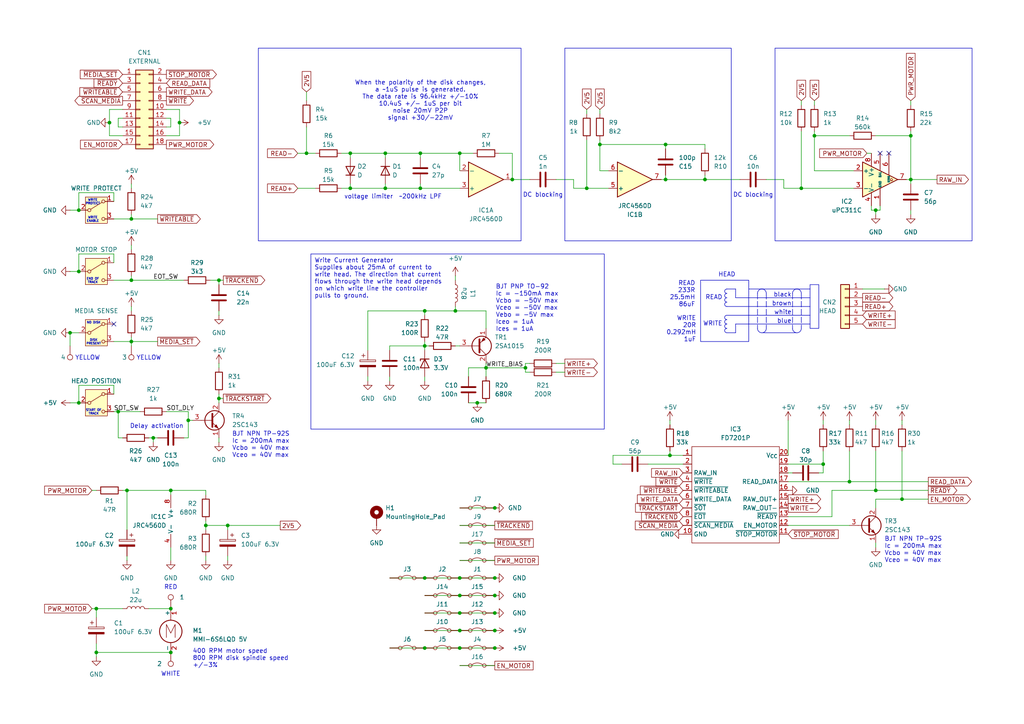
<source format=kicad_sch>
(kicad_sch (version 20250114) (generator "eeschema") (generator_version "9.0")
  (paper "A4")
  (title_block (title "Mitsumi M1M-24HB QuickDisk drive for Famicom") (date "2025-04-21") (rev "1.0") (company "Tom Haynes"))
  (arc (start 222.25 95.25) (mid 220.98 96.52) (end 219.71 95.25))
  (arc (start 229.87 85.09) (mid 231.14 83.82) (end 232.41 85.09))
  (arc (start 210.82 86.36) (mid 210.185 85.725) (end 210.82 85.09))
  (arc (start 210.82 87.63) (mid 210.185 86.995) (end 210.82 86.36))
  (rectangle (start 74.93 13.97) (end 151.13 69.85))
  (rectangle (start 90.17 73.66) (end 175.26 124.46))
  (rectangle (start 217.17 81.28) (end 203.2 99.06))
  (arc (start 210.82 95.245) (mid 210.185 94.61) (end 210.82 93.975))
  (arc (start 219.71 85.09) (mid 220.98 83.82) (end 222.25 85.09))
  (arc (start 232.41 95.25) (mid 231.14 96.52) (end 229.87 95.25))
  (rectangle (start 163.83 13.97) (end 212.09 69.85))
  (arc (start 210.82 93.975) (mid 210.185 93.34) (end 210.82 92.705))
  (arc (start 210.82 96.515) (mid 210.185 95.88) (end 210.82 95.245))
  (arc (start 210.82 88.9) (mid 210.185 88.265) (end 210.82 87.63))
  (arc (start 210.82 92.705) (mid 210.185 92.07) (end 210.82 91.435))
  (rectangle (start 237.49 82.55) (end 234.95 95.25))
  (arc (start 210.82 85.09) (mid 210.185 84.455) (end 210.82 83.82))
  (rectangle (start 224.79 13.97) (end 281.94 69.85))
  (text "HEAD" (at 210.82 79.756 0) (effects (font (size 1.27 1.27))))
  (text "YELLOW" (at 25.4 103.886 0) (effects (font (size 1.27 1.27))))
  (text "DC blocking" (at 218.44 56.642 0) (effects (font (size 1.27 1.27))))
  (text "When the polarity of the disk changes,\na ~1uS pulse is generated.\nThe data rate is 96.4kHz +/-10%\n10.4uS +/- 1uS per bit\nnoise 20mV P2P\nsignal +30/-22mV" (at 121.92 29.21 0) (effects (font (size 1.27 1.27))))
  (text "READ" (at 209.55 86.36 0) (effects (font (size 1.27 1.27)) (justify right)))
  (text "Write Current Generator\nSupplies about 25mA of current to\nwrite head. The direction that current\nflows through the write head depends\non which write line the controller\npulls to ground." (at 91.186 74.93 0) (effects (font (size 1.27 1.27)) (justify left top)))
  (text "~200kHz LPF" (at 121.92 57.15 0) (effects (font (size 1.27 1.27))))
  (text "Delay activation" (at 45.466 123.698 0) (effects (font (size 1.27 1.27))))
  (text "white" (at 229.616 90.678 0) (effects (font (size 1.27 1.27)) (justify right)))
  (text "BJT NPN TP-92S\nIc = 200mA max\nVcbo = 40V max\nVceo = 40V max" (at 67.31 129.032 0) (effects (font (size 1.27 1.27)) (justify left)))
  (text "READ\n233R\n25.5mH\n86uF" (at 201.676 85.344 0) (effects (font (size 1.27 1.27)) (justify right)))
  (text "BJT PNP TO-92\nIc = -150mA max\nVcbo = -50V max\nVceo = -50V max\nVebo = -5V max\nIceo = 1uA\nIces = 1uA" (at 143.764 89.408 0) (effects (font (size 1.27 1.27)) (justify left)))
  (text "WRITE\nENABLE" (at 26.924 63.754 0) (effects (font (size 0.635 0.635))))
  (text "voltage limiter" (at 106.934 57.15 0) (effects (font (size 1.27 1.27))))
  (text "brown" (at 229.616 88.138 0) (effects (font (size 1.27 1.27)) (justify right)))
  (text "RED" (at 49.53 170.434 0) (effects (font (size 1.27 1.27))))
  (text "WRITE" (at 209.55 93.98 0) (effects (font (size 1.27 1.27)) (justify right)))
  (text "blue" (at 229.616 93.218 0) (effects (font (size 1.27 1.27)) (justify right)))
  (text "WRITE\n20R\n0.292mH\n1uF" (at 201.93 95.504 0) (effects (font (size 1.27 1.27)) (justify right)))
  (text "DC blocking" (at 157.48 56.642 0) (effects (font (size 1.27 1.27))))
  (text "START OF\nTRACK" (at 27.178 119.634 0) (effects (font (size 0.635 0.635))))
  (text "NO DISK" (at 27.178 93.726 0) (effects (font (size 0.635 0.635))))
  (text "400 RPM motor speed\n800 RPM disk spindle speed\n+/-3% " (at 55.88 191.008 0) (effects (font (size 1.27 1.27)) (justify left)))
  (text "WRITE\nPROTECT" (at 26.924 58.674 0) (effects (font (size 0.635 0.635))))
  (text "BJT NPN TP-92S\nIc = 200mA max\nVcbo = 40V max\nVceo = 40V max" (at 256.54 159.512 0) (effects (font (size 1.27 1.27)) (justify left)))
  (text "YELLOW" (at 43.18 103.886 0) (effects (font (size 1.27 1.27))))
  (text "black" (at 229.616 85.598 0) (effects (font (size 1.27 1.27)) (justify right)))
  (text "WHITE" (at 49.53 195.58 0) (effects (font (size 1.27 1.27))))
  (text "END OF\nTRACK" (at 26.924 81.534 0) (effects (font (size 0.635 0.635))))
  (text "DISK\nPRESENT" (at 27.178 99.314 0) (effects (font (size 0.635 0.635))))
  (junction (at 34.29 119.38))
  (junction (at 121.92 54.61))
  (junction (at 170.18 54.61))
  (junction (at 52.07 35.56))
  (junction (at 232.41 54.61))
  (junction (at 123.19 90.17))
  (junction (at 138.43 116.84))
  (junction (at 121.92 44.45))
  (junction (at 66.04 152.4))
  (junction (at 173.99 41.91))
  (junction (at 123.19 167.64))
  (junction (at 27.94 189.23))
  (junction (at 88.9 44.45))
  (junction (at 194.31 132.08))
  (junction (at 22.86 78.74))
  (junction (at 22.86 116.84))
  (junction (at 133.35 167.64))
  (junction (at 38.1 99.06))
  (junction (at 38.1 63.5))
  (junction (at 264.16 52.07))
  (junction (at 204.47 52.07))
  (junction (at 123.19 100.33))
  (junction (at 143.51 182.88))
  (junction (at 152.4 106.68))
  (junction (at 133.35 177.8))
  (junction (at 31.75 35.56))
  (junction (at 148.59 52.07))
  (junction (at 101.6 44.45))
  (junction (at 123.19 187.96))
  (junction (at 133.35 182.88))
  (junction (at 101.6 54.61))
  (junction (at 49.53 176.53))
  (junction (at 133.35 187.96))
  (junction (at 193.04 41.91))
  (junction (at 254 142.24))
  (junction (at 238.76 134.62))
  (junction (at 143.51 167.64))
  (junction (at 20.32 96.52))
  (junction (at 111.76 54.61))
  (junction (at 254 60.96))
  (junction (at 143.51 177.8))
  (junction (at 63.5 81.28))
  (junction (at 44.45 127))
  (junction (at 49.53 142.24))
  (junction (at 133.35 44.45))
  (junction (at 54.61 121.92))
  (junction (at 133.35 172.72))
  (junction (at 143.51 187.96))
  (junction (at 140.97 106.68))
  (junction (at 63.5 115.57))
  (junction (at 27.94 176.53))
  (junction (at 22.86 60.96))
  (junction (at 111.76 44.45))
  (junction (at 132.08 90.17))
  (junction (at 59.69 152.4))
  (junction (at 143.51 172.72))
  (junction (at 36.83 142.24))
  (junction (at 246.38 139.7))
  (junction (at 193.04 52.07))
  (junction (at 143.51 147.32))
  (junction (at 236.22 39.37))
  (junction (at 261.62 144.78))
  (junction (at 264.16 39.37))
  (junction (at 49.53 189.23))
  (junction (at 38.1 81.28))
  (no_connect (at 257.81 44.45))
  (no_connect (at 33.02 93.98))
  (no_connect (at 255.27 44.45))
  (wire (pts (xy 63.5 105.41) (xy 63.5 106.68)))
  (wire (pts (xy 264.16 29.21) (xy 264.16 30.48)))
  (wire (pts (xy 48.26 34.29) (xy 49.53 34.29)))
  (wire (pts (xy 49.53 142.24) (xy 49.53 143.51)))
  (wire (pts (xy 63.5 114.3) (xy 63.5 115.57)))
  (wire (pts (xy 20.32 116.84) (xy 22.86 116.84)))
  (wire (pts (xy 227.33 54.61) (xy 227.33 52.07)))
  (wire (pts (xy 66.04 152.4) (xy 59.69 152.4)))
  (wire (pts (xy 52.07 35.56) (xy 52.07 39.37)))
  (wire (pts (xy 228.6 134.62) (xy 238.76 134.62)))
  (wire (pts (xy 101.6 44.45) (xy 111.76 44.45)))
  (wire (pts (xy 161.29 107.95) (xy 163.83 107.95)))
  (wire (pts (xy 31.75 35.56) (xy 31.75 31.75)))
  (wire (pts (xy 63.5 115.57) (xy 63.5 116.84)))
  (wire (pts (xy 132.08 90.17) (xy 140.97 90.17)))
  (wire (pts (xy 264.16 53.34) (xy 264.16 52.07)))
  (polyline (pts (xy 232.41 85.09) (xy 232.41 95.25)) (stroke (width 0) (type dash)))
  (wire (pts (xy 262.89 52.07) (xy 264.16 52.07)))
  (wire (pts (xy 133.35 187.96) (xy 143.51 187.96)))
  (wire (pts (xy 246.38 121.92) (xy 246.38 123.19)))
  (wire (pts (xy 227.33 54.61) (xy 232.41 54.61)))
  (wire (pts (xy 52.07 31.75) (xy 52.07 35.56)))
  (wire (pts (xy 44.45 127) (xy 43.18 127)))
  (wire (pts (xy 133.35 147.32) (xy 143.51 147.32)))
  (wire (pts (xy 140.97 90.17) (xy 140.97 95.25)))
  (wire (pts (xy 34.29 119.38) (xy 34.29 127)))
  (wire (pts (xy 177.8 132.08) (xy 177.8 134.62)))
  (wire (pts (xy 133.35 182.88) (xy 123.19 182.88)))
  (wire (pts (xy 34.29 34.29) (xy 34.29 36.83)))
  (wire (pts (xy 152.4 107.95) (xy 152.4 106.68)))
  (polyline (pts (xy 229.87 85.09) (xy 229.87 95.25)) (stroke (width 0) (type dash)))
  (wire (pts (xy 48.26 31.75) (xy 52.07 31.75)))
  (polyline (pts (xy 210.82 96.52) (xy 213.36 96.52)))
  (wire (pts (xy 31.75 35.56) (xy 31.75 39.37)))
  (wire (pts (xy 101.6 54.61) (xy 111.76 54.61)))
  (wire (pts (xy 138.43 116.84) (xy 135.89 116.84)))
  (wire (pts (xy 170.18 40.64) (xy 170.18 54.61)))
  (polyline (pts (xy 222.25 85.09) (xy 222.25 95.25)) (stroke (width 0) (type dash)))
  (wire (pts (xy 193.04 41.91) (xy 204.47 41.91)))
  (wire (pts (xy 232.41 29.21) (xy 232.41 30.48)))
  (wire (pts (xy 137.16 44.45) (xy 133.35 44.45)))
  (wire (pts (xy 133.35 177.8) (xy 143.51 177.8)))
  (wire (pts (xy 54.61 121.92) (xy 54.61 119.38)))
  (wire (pts (xy 66.04 162.56) (xy 66.04 161.29)))
  (wire (pts (xy 49.53 176.53) (xy 43.18 176.53)))
  (wire (pts (xy 66.04 153.67) (xy 66.04 152.4)))
  (wire (pts (xy 241.3 142.24) (xy 254 142.24)))
  (wire (pts (xy 236.22 29.21) (xy 236.22 30.48)))
  (polyline (pts (xy 210.82 83.82) (xy 213.36 83.82)))
  (wire (pts (xy 228.6 139.7) (xy 246.38 139.7)))
  (polyline (pts (xy 234.95 91.44) (xy 210.82 91.44)))
  (wire (pts (xy 143.51 152.4) (xy 133.35 152.4)))
  (wire (pts (xy 34.29 36.83) (xy 35.56 36.83)))
  (wire (pts (xy 236.22 38.1) (xy 236.22 39.37)))
  (wire (pts (xy 254 157.48) (xy 254 158.75)))
  (wire (pts (xy 229.87 137.16) (xy 228.6 137.16)))
  (wire (pts (xy 38.1 81.28) (xy 33.02 81.28)))
  (wire (pts (xy 204.47 52.07) (xy 214.63 52.07)))
  (wire (pts (xy 135.89 106.68) (xy 140.97 106.68)))
  (wire (pts (xy 27.94 176.53) (xy 27.94 179.07)))
  (wire (pts (xy 106.68 90.17) (xy 123.19 90.17)))
  (wire (pts (xy 48.26 119.38) (xy 54.61 119.38)))
  (wire (pts (xy 31.75 39.37) (xy 35.56 39.37)))
  (wire (pts (xy 152.4 105.41) (xy 152.4 106.68)))
  (wire (pts (xy 123.19 177.8) (xy 133.35 177.8)))
  (wire (pts (xy 228.6 149.86) (xy 241.3 149.86)))
  (wire (pts (xy 35.56 31.75) (xy 31.75 31.75)))
  (polyline (pts (xy 219.71 85.09) (xy 219.71 95.25)) (stroke (width 0) (type dash)))
  (wire (pts (xy 241.3 142.24) (xy 241.3 149.86)))
  (wire (pts (xy 22.86 60.96) (xy 22.86 55.88)))
  (wire (pts (xy 261.62 144.78) (xy 269.24 144.78)))
  (wire (pts (xy 140.97 109.22) (xy 140.97 106.68)))
  (wire (pts (xy 153.67 52.07) (xy 148.59 52.07)))
  (polyline (pts (xy 213.36 96.52) (xy 213.36 93.98)))
  (wire (pts (xy 38.1 80.01) (xy 38.1 81.28)))
  (wire (pts (xy 123.19 99.06) (xy 123.19 100.33)))
  (wire (pts (xy 228.6 121.92) (xy 228.6 132.08)))
  (wire (pts (xy 88.9 29.21) (xy 88.9 26.67)))
  (wire (pts (xy 121.92 45.72) (xy 121.92 44.45)))
  (polyline (pts (xy 231.14 96.52) (xy 220.98 96.52)) (stroke (width 0) (type solid)))
  (wire (pts (xy 166.37 54.61) (xy 170.18 54.61)))
  (wire (pts (xy 193.04 52.07) (xy 204.47 52.07)))
  (wire (pts (xy 254 130.81) (xy 254 142.24)))
  (wire (pts (xy 121.92 54.61) (xy 133.35 54.61)))
  (wire (pts (xy 236.22 49.53) (xy 247.65 49.53)))
  (polyline (pts (xy 234.95 88.9) (xy 210.82 88.9)))
  (wire (pts (xy 123.19 100.33) (xy 113.03 100.33)))
  (wire (pts (xy 38.1 99.06) (xy 45.72 99.06)))
  (wire (pts (xy 264.16 39.37) (xy 264.16 52.07)))
  (wire (pts (xy 254 60.96) (xy 255.27 60.96)))
  (wire (pts (xy 59.69 151.13) (xy 59.69 152.4)))
  (wire (pts (xy 26.67 176.53) (xy 27.94 176.53)))
  (wire (pts (xy 38.1 53.34) (xy 38.1 54.61)))
  (wire (pts (xy 59.69 153.67) (xy 59.69 152.4)))
  (wire (pts (xy 38.1 62.23) (xy 38.1 63.5)))
  (wire (pts (xy 133.35 157.48) (xy 143.51 157.48)))
  (wire (pts (xy 49.53 158.75) (xy 49.53 162.56)))
  (wire (pts (xy 193.04 50.8) (xy 193.04 52.07)))
  (wire (pts (xy 166.37 54.61) (xy 166.37 52.07)))
  (wire (pts (xy 198.12 132.08) (xy 194.31 132.08)))
  (wire (pts (xy 170.18 31.75) (xy 170.18 33.02)))
  (wire (pts (xy 144.78 44.45) (xy 148.59 44.45)))
  (wire (pts (xy 255.27 60.96) (xy 255.27 59.69)))
  (wire (pts (xy 152.4 105.41) (xy 153.67 105.41)))
  (wire (pts (xy 254 121.92) (xy 254 123.19)))
  (wire (pts (xy 59.69 162.56) (xy 59.69 161.29)))
  (wire (pts (xy 254 62.23) (xy 254 60.96)))
  (wire (pts (xy 121.92 44.45) (xy 133.35 44.45)))
  (wire (pts (xy 254 39.37) (xy 264.16 39.37)))
  (polyline (pts (xy 213.36 83.82) (xy 213.36 86.36)))
  (wire (pts (xy 251.46 44.45) (xy 252.73 44.45)))
  (wire (pts (xy 173.99 31.75) (xy 173.99 33.02)))
  (wire (pts (xy 33.02 73.66) (xy 33.02 76.2)))
  (wire (pts (xy 143.51 182.88) (xy 133.35 182.88)))
  (wire (pts (xy 204.47 41.91) (xy 204.47 43.18)))
  (wire (pts (xy 27.94 176.53) (xy 35.56 176.53)))
  (wire (pts (xy 228.6 152.4) (xy 246.38 152.4)))
  (wire (pts (xy 63.5 91.44) (xy 63.5 90.17)))
  (wire (pts (xy 38.1 71.12) (xy 38.1 72.39)))
  (wire (pts (xy 177.8 132.08) (xy 194.31 132.08)))
  (wire (pts (xy 161.29 52.07) (xy 166.37 52.07)))
  (wire (pts (xy 20.32 96.52) (xy 20.32 100.33)))
  (wire (pts (xy 63.5 82.55) (xy 63.5 81.28)))
  (wire (pts (xy 60.96 81.28) (xy 63.5 81.28)))
  (wire (pts (xy 123.19 90.17) (xy 123.19 91.44)))
  (wire (pts (xy 140.97 105.41) (xy 140.97 106.68)))
  (wire (pts (xy 170.18 54.61) (xy 176.53 54.61)))
  (wire (pts (xy 193.04 41.91) (xy 193.04 43.18)))
  (wire (pts (xy 177.8 134.62) (xy 180.34 134.62)))
  (wire (pts (xy 252.73 60.96) (xy 254 60.96)))
  (wire (pts (xy 140.97 116.84) (xy 138.43 116.84)))
  (wire (pts (xy 59.69 142.24) (xy 49.53 142.24)))
  (wire (pts (xy 86.36 54.61) (xy 91.44 54.61)))
  (wire (pts (xy 38.1 63.5) (xy 33.02 63.5)))
  (wire (pts (xy 33.02 55.88) (xy 33.02 58.42)))
  (wire (pts (xy 44.45 128.27) (xy 44.45 127)))
  (wire (pts (xy 22.86 111.76) (xy 33.02 111.76)))
  (wire (pts (xy 194.31 130.81) (xy 194.31 132.08)))
  (wire (pts (xy 124.46 100.33) (xy 123.19 100.33)))
  (wire (pts (xy 66.04 152.4) (xy 81.28 152.4)))
  (wire (pts (xy 36.83 142.24) (xy 36.83 153.67)))
  (wire (pts (xy 238.76 121.92) (xy 238.76 123.19)))
  (wire (pts (xy 22.86 55.88) (xy 33.02 55.88)))
  (wire (pts (xy 264.16 62.23) (xy 264.16 60.96)))
  (wire (pts (xy 163.83 105.41) (xy 161.29 105.41)))
  (wire (pts (xy 35.56 142.24) (xy 36.83 142.24)))
  (wire (pts (xy 173.99 49.53) (xy 176.53 49.53)))
  (wire (pts (xy 227.33 52.07) (xy 222.25 52.07)))
  (polyline (pts (xy 234.95 83.82) (xy 217.17 83.82)))
  (wire (pts (xy 132.08 90.17) (xy 132.08 88.9)))
  (wire (pts (xy 123.19 100.33) (xy 123.19 101.6)))
  (wire (pts (xy 113.03 110.49) (xy 113.03 109.22)))
  (wire (pts (xy 133.35 162.56) (xy 143.51 162.56)))
  (wire (pts (xy 99.06 54.61) (xy 101.6 54.61)))
  (wire (pts (xy 106.68 101.6) (xy 106.68 90.17)))
  (wire (pts (xy 111.76 53.34) (xy 111.76 54.61)))
  (wire (pts (xy 135.89 106.68) (xy 135.89 109.22)))
  (wire (pts (xy 22.86 96.52) (xy 20.32 96.52)))
  (wire (pts (xy 111.76 45.72) (xy 111.76 44.45)))
  (wire (pts (xy 121.92 53.34) (xy 121.92 54.61)))
  (wire (pts (xy 36.83 162.56) (xy 36.83 161.29)))
  (wire (pts (xy 173.99 40.64) (xy 173.99 41.91)))
  (polyline (pts (xy 234.95 93.98) (xy 213.36 93.98)))
  (wire (pts (xy 140.97 106.68) (xy 152.4 106.68)))
  (wire (pts (xy 237.49 137.16) (xy 238.76 137.16)))
  (wire (pts (xy 204.47 50.8) (xy 204.47 52.07)))
  (wire (pts (xy 143.51 167.64) (xy 133.35 167.64)))
  (wire (pts (xy 254 144.78) (xy 254 147.32)))
  (wire (pts (xy 106.68 110.49) (xy 106.68 109.22)))
  (wire (pts (xy 101.6 53.34) (xy 101.6 54.61)))
  (wire (pts (xy 123.19 167.64) (xy 113.03 167.64)))
  (wire (pts (xy 38.1 97.79) (xy 38.1 99.06)))
  (wire (pts (xy 173.99 41.91) (xy 173.99 49.53)))
  (wire (pts (xy 59.69 142.24) (xy 59.69 143.51)))
  (wire (pts (xy 27.94 189.23) (xy 27.94 186.69)))
  (wire (pts (xy 111.76 54.61) (xy 121.92 54.61)))
  (wire (pts (xy 38.1 81.28) (xy 53.34 81.28)))
  (wire (pts (xy 271.78 52.07) (xy 264.16 52.07)))
  (wire (pts (xy 63.5 81.28) (xy 64.77 81.28)))
  (wire (pts (xy 254 144.78) (xy 261.62 144.78)))
  (wire (pts (xy 123.19 172.72) (xy 133.35 172.72)))
  (wire (pts (xy 54.61 127) (xy 53.34 127)))
  (wire (pts (xy 52.07 39.37) (xy 48.26 39.37)))
  (wire (pts (xy 20.32 60.96) (xy 22.86 60.96)))
  (wire (pts (xy 133.35 172.72) (xy 143.51 172.72)))
  (wire (pts (xy 236.22 39.37) (xy 236.22 49.53)))
  (wire (pts (xy 63.5 115.57) (xy 64.77 115.57)))
  (wire (pts (xy 35.56 34.29) (xy 34.29 34.29)))
  (wire (pts (xy 133.35 193.04) (xy 143.51 193.04)))
  (wire (pts (xy 261.62 130.81) (xy 261.62 144.78)))
  (wire (pts (xy 173.99 41.91) (xy 193.04 41.91)))
  (wire (pts (xy 261.62 121.92) (xy 261.62 123.19)))
  (wire (pts (xy 45.72 127) (xy 44.45 127)))
  (wire (pts (xy 232.41 54.61) (xy 247.65 54.61)))
  (wire (pts (xy 26.67 142.24) (xy 27.94 142.24)))
  (wire (pts (xy 49.53 142.24) (xy 36.83 142.24)))
  (wire (pts (xy 187.96 134.62) (xy 198.12 134.62)))
  (wire (pts (xy 246.38 130.81) (xy 246.38 139.7)))
  (wire (pts (xy 111.76 44.45) (xy 121.92 44.45)))
  (wire (pts (xy 133.35 49.53) (xy 133.35 44.45)))
  (wire (pts (xy 54.61 121.92) (xy 54.61 127)))
  (wire (pts (xy 148.59 44.45) (xy 148.59 52.07)))
  (wire (pts (xy 123.19 110.49) (xy 123.19 109.22)))
  (polyline (pts (xy 234.95 86.36) (xy 213.36 86.36)))
  (wire (pts (xy 246.38 39.37) (xy 236.22 39.37)))
  (wire (pts (xy 86.36 44.45) (xy 88.9 44.45)))
  (wire (pts (xy 264.16 38.1) (xy 264.16 39.37)))
  (wire (pts (xy 34.29 119.38) (xy 40.64 119.38)))
  (wire (pts (xy 256.54 83.82) (xy 250.19 83.82)))
  (wire (pts (xy 33.02 119.38) (xy 34.29 119.38)))
  (wire (pts (xy 194.31 121.92) (xy 194.31 123.19)))
  (wire (pts (xy 238.76 137.16) (xy 238.76 134.62)))
  (wire (pts (xy 33.02 111.76) (xy 33.02 114.3)))
  (wire (pts (xy 22.86 116.84) (xy 22.86 111.76)))
  (wire (pts (xy 38.1 63.5) (xy 45.72 63.5)))
  (wire (pts (xy 27.94 189.23) (xy 49.53 189.23)))
  (wire (pts (xy 132.08 80.01) (xy 132.08 81.28)))
  (wire (pts (xy 88.9 44.45) (xy 91.44 44.45)))
  (wire (pts (xy 99.06 44.45) (xy 101.6 44.45)))
  (wire (pts (xy 88.9 44.45) (xy 88.9 36.83)))
  (wire (pts (xy 34.29 127) (xy 35.56 127)))
  (wire (pts (xy 246.38 139.7) (xy 269.24 139.7)))
  (wire (pts (xy 191.77 52.07) (xy 193.04 52.07)))
  (wire (pts (xy 49.53 34.29) (xy 49.53 36.83)))
  (wire (pts (xy 123.19 90.17) (xy 132.08 90.17)))
  (wire (pts (xy 27.94 190.5) (xy 27.94 189.23)))
  (wire (pts (xy 22.86 78.74) (xy 22.86 73.66)))
  (wire (pts (xy 152.4 107.95) (xy 153.67 107.95)))
  (wire (pts (xy 254 142.24) (xy 269.24 142.24)))
  (wire (pts (xy 38.1 88.9) (xy 38.1 90.17)))
  (wire (pts (xy 54.61 121.92) (xy 55.88 121.92)))
  (wire (pts (xy 63.5 128.27) (xy 63.5 127)))
  (wire (pts (xy 113.03 100.33) (xy 113.03 101.6)))
  (wire (pts (xy 48.26 36.83) (xy 49.53 36.83)))
  (wire (pts (xy 132.08 100.33) (xy 133.35 100.33)))
  (wire (pts (xy 238.76 130.81) (xy 238.76 134.62)))
  (wire (pts (xy 22.86 73.66) (xy 33.02 73.66)))
  (wire (pts (xy 123.19 187.96) (xy 133.35 187.96)))
  (wire (pts (xy 38.1 100.33) (xy 38.1 99.06)))
  (wire (pts (xy 113.03 187.96) (xy 123.19 187.96)))
  (wire (pts (xy 133.35 167.64) (xy 123.19 167.64)))
  (wire (pts (xy 252.73 60.96) (xy 252.73 59.69)))
  (wire (pts (xy 20.32 78.74) (xy 22.86 78.74)))
  (wire (pts (xy 101.6 45.72) (xy 101.6 44.45)))
  (wire (pts (xy 33.02 99.06) (xy 38.1 99.06)))
  (wire (pts (xy 232.41 38.1) (xy 232.41 54.61)))
  (label "SOT_SW" (at 33.02 119.38 0))
  (label "EOT_SW" (at 44.45 81.28 0))
  (label "SOT_DLY" (at 48.26 119.38 0))
  (label "WRITE_BIAS" (at 140.97 106.68 0))
  (global_label "~{STOP_MOTOR}" (shape input) (at 228.6 154.94 0) (property "Intersheetrefs" "${INTERSHEET_REFS}" (effects (hide yes))))
  (global_label "~{READY}" (shape output) (at 269.24 142.24 0) (property "Intersheetrefs" "${INTERSHEET_REFS}" (effects (hide yes))))
  (global_label "RAW_IN" (shape input) (at 198.12 137.16 180) (property "Intersheetrefs" "${INTERSHEET_REFS}" (effects (hide yes))))
  (global_label "WRITE-" (shape input) (at 250.19 93.98 0) (property "Intersheetrefs" "${INTERSHEET_REFS}" (effects (hide yes))))
  (global_label "2V5" (shape output) (at 81.28 152.4 0) (property "Intersheetrefs" "${INTERSHEET_REFS}" (effects (hide yes))))
  (global_label "PWR_MOTOR" (shape output) (at 48.26 41.91 0) (property "Intersheetrefs" "${INTERSHEET_REFS}" (effects (hide yes))))
  (global_label "~{WRITE}" (shape output) (at 48.26 29.21 0) (property "Intersheetrefs" "${INTERSHEET_REFS}" (effects (hide yes))))
  (global_label "2V5" (shape input) (at 236.22 29.21 90) (property "Intersheetrefs" "${INTERSHEET_REFS}" (effects (hide yes))))
  (global_label "2V5" (shape input) (at 232.41 29.21 90) (property "Intersheetrefs" "${INTERSHEET_REFS}" (effects (hide yes))))
  (global_label "EN_MOTOR" (shape passive) (at 143.51 193.04 0) (property "Intersheetrefs" "${INTERSHEET_REFS}" (effects (hide yes))))
  (global_label "READ-" (shape output) (at 250.19 86.36 0) (property "Intersheetrefs" "${INTERSHEET_REFS}" (effects (hide yes))))
  (global_label "PWR_MOTOR" (shape input) (at 251.46 44.45 180) (property "Intersheetrefs" "${INTERSHEET_REFS}" (effects (hide yes))))
  (global_label "~{SCAN_MEDIA}" (shape output) (at 35.56 29.21 180) (property "Intersheetrefs" "${INTERSHEET_REFS}" (effects (hide yes))))
  (global_label "READ-" (shape input) (at 86.36 44.45 180) (property "Intersheetrefs" "${INTERSHEET_REFS}" (effects (hide yes))))
  (global_label "PWR_MOTOR" (shape passive) (at 143.51 162.56 0) (property "Intersheetrefs" "${INTERSHEET_REFS}" (effects (hide yes))))
  (global_label "~{WRITEABLE}" (shape input) (at 35.56 26.67 180) (property "Intersheetrefs" "${INTERSHEET_REFS}" (effects (hide yes))))
  (global_label "RAW_IN" (shape output) (at 271.78 52.07 0) (property "Intersheetrefs" "${INTERSHEET_REFS}" (effects (hide yes))))
  (global_label "WRITE_DATA" (shape output) (at 48.26 26.67 0) (property "Intersheetrefs" "${INTERSHEET_REFS}" (effects (hide yes))))
  (global_label "~{MEDIA_SET}" (shape passive) (at 143.51 157.48 0) (property "Intersheetrefs" "${INTERSHEET_REFS}" (effects (hide yes))))
  (global_label "PWR_MOTOR" (shape input) (at 264.16 29.21 90) (property "Intersheetrefs" "${INTERSHEET_REFS}" (effects (hide yes))))
  (global_label "~{TRACKEND}" (shape passive) (at 143.51 152.4 0) (property "Intersheetrefs" "${INTERSHEET_REFS}" (effects (hide yes))))
  (global_label "~{WRITEABLE}" (shape output) (at 45.72 63.5 0) (property "Intersheetrefs" "${INTERSHEET_REFS}" (effects (hide yes))))
  (global_label "~{WRITEABLE}" (shape input) (at 198.12 142.24 180) (property "Intersheetrefs" "${INTERSHEET_REFS}" (effects (hide yes))))
  (global_label "~{TRACKEND}" (shape input) (at 198.12 149.86 180) (property "Intersheetrefs" "${INTERSHEET_REFS}" (effects (hide yes))))
  (global_label "WRITE+" (shape output) (at 228.6 144.78 0) (property "Intersheetrefs" "${INTERSHEET_REFS}" (effects (hide yes))))
  (global_label "~{TRACKSTART}" (shape output) (at 64.77 115.57 0) (property "Intersheetrefs" "${INTERSHEET_REFS}" (effects (hide yes))))
  (global_label "~{WRITE}" (shape input) (at 198.12 139.7 180) (property "Intersheetrefs" "${INTERSHEET_REFS}" (effects (hide yes))))
  (global_label "WRITE-" (shape output) (at 163.83 107.95 0) (property "Intersheetrefs" "${INTERSHEET_REFS}" (effects (hide yes))))
  (global_label "2V5" (shape input) (at 170.18 31.75 90) (property "Intersheetrefs" "${INTERSHEET_REFS}" (effects (hide yes))))
  (global_label "WRITE_DATA" (shape input) (at 198.12 144.78 180) (property "Intersheetrefs" "${INTERSHEET_REFS}" (effects (hide yes))))
  (global_label "~{SCAN_MEDIA}" (shape input) (at 198.12 152.4 180) (property "Intersheetrefs" "${INTERSHEET_REFS}" (effects (hide yes))))
  (global_label "READ_DATA" (shape input) (at 48.26 24.13 0) (property "Intersheetrefs" "${INTERSHEET_REFS}" (effects (hide yes))))
  (global_label "~{MEDIA_SET}" (shape input) (at 35.56 21.59 180) (property "Intersheetrefs" "${INTERSHEET_REFS}" (effects (hide yes))))
  (global_label "EN_MOTOR" (shape input) (at 35.56 41.91 180) (property "Intersheetrefs" "${INTERSHEET_REFS}" (effects (hide yes))))
  (global_label "WRITE+" (shape output) (at 163.83 105.41 0) (property "Intersheetrefs" "${INTERSHEET_REFS}" (effects (hide yes))))
  (global_label "READ+" (shape input) (at 86.36 54.61 180) (property "Intersheetrefs" "${INTERSHEET_REFS}" (effects (hide yes))))
  (global_label "~{STOP_MOTOR}" (shape output) (at 48.26 21.59 0) (property "Intersheetrefs" "${INTERSHEET_REFS}" (effects (hide yes))))
  (global_label "EN_MOTOR" (shape output) (at 269.24 144.78 0) (property "Intersheetrefs" "${INTERSHEET_REFS}" (effects (hide yes))))
  (global_label "WRITE-" (shape output) (at 228.6 147.32 0) (property "Intersheetrefs" "${INTERSHEET_REFS}" (effects (hide yes))))
  (global_label "2V5" (shape input) (at 173.99 31.75 90) (property "Intersheetrefs" "${INTERSHEET_REFS}" (effects (hide yes))))
  (global_label "READ+" (shape output) (at 250.19 88.9 0) (property "Intersheetrefs" "${INTERSHEET_REFS}" (effects (hide yes))))
  (global_label "PWR_MOTOR" (shape input) (at 26.67 142.24 180) (property "Intersheetrefs" "${INTERSHEET_REFS}" (effects (hide yes))))
  (global_label "WRITE+" (shape input) (at 250.19 91.44 0) (property "Intersheetrefs" "${INTERSHEET_REFS}" (effects (hide yes))))
  (global_label "~{TRACKEND}" (shape output) (at 64.77 81.28 0) (property "Intersheetrefs" "${INTERSHEET_REFS}" (effects (hide yes))))
  (global_label "2V5" (shape input) (at 88.9 26.67 90) (property "Intersheetrefs" "${INTERSHEET_REFS}" (effects (hide yes))))
  (global_label "PWR_MOTOR" (shape input) (at 26.67 176.53 180) (property "Intersheetrefs" "${INTERSHEET_REFS}" (effects (hide yes))))
  (global_label "READ_DATA" (shape output) (at 269.24 139.7 0) (property "Intersheetrefs" "${INTERSHEET_REFS}" (effects (hide yes))))
  (global_label "~{TRACKSTART}" (shape input) (at 198.12 147.32 180) (property "Intersheetrefs" "${INTERSHEET_REFS}" (effects (hide yes))))
  (global_label "~{MEDIA_SET}" (shape output) (at 45.72 99.06 0) (property "Intersheetrefs" "${INTERSHEET_REFS}" (effects (hide yes))))
  (global_label "~{READY}" (shape input) (at 35.56 24.13 180) (property "Intersheetrefs" "${INTERSHEET_REFS}" (effects (hide yes))))
  (symbol (lib_id "Device:R") (at 254 127 0) (mirror y) (unit 1)
    (property "Reference" "R16" (at 255.524 125.73 0) (effects (justify right)))
    (property "Value" "4k7" (at 255.524 128.27 0) (effects (justify right)))
    (property "Footprint" "Nintendo:Resistor_THTR_Axial_Nintendo_L3.6mm_D2.0mm_P5.0mm_Horizontal" (effects (hide yes)))
  )
  (symbol (lib_id "Switch:SW_SPDT") (at 27.94 60.96 0) (unit 1)
    (property "Reference" "SW3" (effects (hide yes)))
    (property "Value" "WRITE PROTECT" (at 27.94 54.61 0))
    (property "Footprint" "Nintendo:FDS_switch_short" (effects (hide yes)))
    (property "Description" "Switch, single pole double throw" (effects (hide yes)))
  )
  (symbol (lib_id "Jumper:Jumper_2_Bridged") (at 128.27 187.96 0) (mirror y) (unit 1)
    (property "Reference" "J5" (at 128.27 185.42 0))
    (property "Value" "Jumper_2_Bridged" (effects (hide yes)))
    (property "Footprint" "Nintendo:Jumper_5mm" (effects (hide yes)))
    (property "Description" "Jumper, 2-pole, closed/bridged" (effects (hide yes)))
  )
  (symbol (lib_id "power:GND") (at 49.53 162.56 0) (mirror y) (unit 1)
    (property "Reference" "#PWR036" (effects (hide yes)))
    (property "Value" "GND" (at 49.53 167.64 0))
    (property "Description" "Power symbol creates a global label with name \"GND\" , ground" (effects (hide yes)))
  )
  (symbol (lib_id "power:GND") (at 20.32 60.96 270) (mirror x) (unit 1)
    (property "Reference" "#PWR029" (effects (hide yes)))
    (property "Value" "GND" (at 16.51 60.9599 90) (effects (justify right)))
    (property "Description" "Power symbol creates a global label with name \"GND\" , ground" (effects (hide yes)))
  )
  (symbol (lib_id "power:+5V") (at 52.07 35.56 270) (unit 1)
    (property "Reference" "#PWR03" (effects (hide yes)))
    (property "Value" "+5V" (at 57.15 35.5599 90) (effects (justify left)))
    (property "Description" "Power symbol creates a global label with name \"+5V\"" (effects (hide yes)))
  )
  (symbol (lib_id "Device:R") (at 173.99 36.83 180) (unit 1)
    (property "Reference" "R9" (at 176.53 35.5599 0) (effects (justify right)))
    (property "Value" "8k2" (at 176.53 38.0999 0) (effects (justify right)))
    (property "Footprint" "Nintendo:Resistor_THTR_Axial_Nintendo_L3.6mm_D2.0mm_P5.0mm_Horizontal" (effects (hide yes)))
  )
  (symbol (lib_id "power:GND") (at 59.69 162.56 0) (mirror y) (unit 1)
    (property "Reference" "#PWR012" (effects (hide yes)))
    (property "Value" "GND" (at 59.69 167.64 0))
    (property "Description" "Power symbol creates a global label with name \"GND\" , ground" (effects (hide yes)))
  )
  (symbol (lib_id "Device:C") (at 135.89 113.03 180) (unit 1)
    (property "Reference" "C10" (at 132.842 111.76 0) (effects (justify left)))
    (property "Value" "100n" (at 132.842 114.3 0) (effects (justify left)))
    (property "Footprint" "Capacitor_THT:C_Disc_D7.0mm_W2.5mm_P5.00mm" (effects (hide yes)))
    (property "Description" "Unpolarized capacitor" (effects (hide yes)))
  )
  (symbol (lib_id "power:GND") (at 228.6 142.24 90) (unit 1)
    (property "Reference" "#PWR013" (effects (hide yes)))
    (property "Value" "GND" (at 233.68 142.2399 90) (effects (justify right)))
    (property "Description" "Power symbol creates a global label with name \"GND\" , ground" (effects (hide yes)))
  )
  (symbol (lib_id "Comparator:LM311") (at 255.27 52.07 0) (unit 1)
    (property "Reference" "IC2" (at 245.618 58.42 0))
    (property "Value" "uPC311C" (at 245.618 60.96 0))
    (property "Footprint" "Package_DIP:DIP-8_W7.62mm" (effects (hide yes)))
    (property "Datasheet" "https://www.st.com/resource/en/datasheet/lm311.pdf" (effects (hide yes)))
    (property "Description" "Voltage Comparator, DIP-8/SOIC-8" (effects (hide yes)))
  )
  (symbol (lib_id "Device:R") (at 157.48 105.41 90) (mirror x) (unit 1)
    (property "Reference" "R19" (at 157.48 99.06 90))
    (property "Value" "200R" (at 157.48 101.6 90))
    (property "Footprint" "Nintendo:Resistor_THTR_Axial_Nintendo_L3.6mm_D2.0mm_P5.0mm_Horizontal" (effects (hide yes)))
  )
  (symbol (lib_id "Device:R") (at 38.1 93.98 0) (mirror y) (unit 1)
    (property "Reference" "R25" (at 40.64 92.7099 0) (effects (justify right)))
    (property "Value" "4k7" (at 40.64 95.2499 0) (effects (justify right)))
    (property "Footprint" "Nintendo:Resistor_THTR_Axial_Nintendo_L3.6mm_D2.0mm_P5.0mm_Horizontal" (effects (hide yes)))
  )
  (symbol (lib_id "Connector:TestPoint") (at 49.53 189.23 180) (unit 1)
    (property "Reference" "TP2" (effects (hide yes)))
    (property "Value" "2" (at 46.99 192.5321 0) (effects (justify left)))
    (property "Footprint" "Connector_Wire:SolderWire-0.5sqmm_1x01_D0.9mm_OD2.1mm" (effects (hide yes)))
    (property "Description" "test point" (effects (hide yes)))
  )
  (symbol (lib_id "Jumper:Jumper_2_Bridged") (at 138.43 167.64 0) (mirror y) (unit 1)
    (property "Reference" "J1" (at 138.43 165.1 0))
    (property "Value" "Jumper_2_Bridged" (effects (hide yes)))
    (property "Footprint" "Nintendo:Jumper_5mm" (effects (hide yes)))
    (property "Description" "Jumper, 2-pole, closed/bridged" (effects (hide yes)))
  )
  (symbol (lib_id "Transistor_BJT:Q_NPN_ECB") (at 60.96 121.92 0) (unit 1)
    (property "Reference" "TR4" (at 67.31 120.6499 0) (effects (justify left)))
    (property "Value" "2SC143" (at 67.31 123.1899 0) (effects (justify left)))
    (property "Footprint" "Package_TO_SOT_THT:TO-92_Inline_Wide" (effects (hide yes)))
    (property "Description" "NPN transistor, emitter/collector/base" (effects (hide yes)))
    (property "Sim.Device" "NPN" (effects (hide yes)))
    (property "Sim.Type" "GUMMELPOON" (effects (hide yes)))
    (property "Sim.Pins" "1=C 2=B 3=E" (effects (hide yes)))
  )
  (symbol (lib_id "Jumper:Jumper_2_Bridged") (at 128.27 177.8 0) (mirror y) (unit 1)
    (property "Reference" "J11" (at 128.27 175.26 0))
    (property "Value" "Jumper_2_Bridged" (effects (hide yes)))
    (property "Footprint" "Nintendo:Jumper_5mm" (effects (hide yes)))
    (property "Description" "Jumper, 2-pole, closed/bridged" (effects (hide yes)))
  )
  (symbol (lib_id "power:GND") (at 27.94 190.5 0) (unit 1)
    (property "Reference" "#PWR09" (effects (hide yes)))
    (property "Value" "GND" (at 27.94 195.58 0))
    (property "Description" "Power symbol creates a global label with name \"GND\" , ground" (effects (hide yes)))
  )
  (symbol (lib_id "power:GND") (at 106.68 110.49 0) (unit 1)
    (property "Reference" "#PWR02" (effects (hide yes)))
    (property "Value" "GND" (at 106.68 115.57 0))
    (property "Description" "Power symbol creates a global label with name \"GND\" , ground" (effects (hide yes)))
  )
  (symbol (lib_id "Jumper:Jumper_2_Bridged") (at 138.43 152.4 0) (mirror y) (unit 1)
    (property "Reference" "J9" (at 138.43 149.86 0))
    (property "Value" "Jumper_2_Bridged" (effects (hide yes)))
    (property "Footprint" "Nintendo:Jumper_5mm" (effects (hide yes)))
    (property "Description" "Jumper, 2-pole, closed/bridged" (effects (hide yes)))
  )
  (symbol (lib_id "Device:R") (at 38.1 58.42 180) (unit 1)
    (property "Reference" "R24" (at 40.64 57.1499 0) (effects (justify right)))
    (property "Value" "4k7" (at 40.64 59.6899 0) (effects (justify right)))
    (property "Footprint" "Nintendo:Resistor_THTR_Axial_Nintendo_L3.6mm_D2.0mm_P5.0mm_Horizontal" (effects (hide yes)))
  )
  (symbol (lib_id "Device:D") (at 111.76 49.53 90) (mirror x) (unit 1)
    (property "Reference" "D1" (at 113.792 48.26 90) (effects (justify right)))
    (property "Value" "D" (at 113.792 50.8 90) (effects (justify right)))
    (property "Footprint" "Diode_THT:D_DO-34_SOD68_P5.08mm_Vertical_AnodeUp" (effects (hide yes)))
    (property "Description" "Diode" (effects (hide yes)))
    (property "Sim.Device" "D" (effects (hide yes)))
    (property "Sim.Pins" "1=K 2=A" (effects (hide yes)))
  )
  (symbol (lib_id "power:+5V") (at 194.31 121.92 0) (unit 1)
    (property "Reference" "#PWR027" (effects (hide yes)))
    (property "Value" "+5V" (at 194.31 118.11 0))
    (property "Description" "Power symbol creates a global label with name \"+5V\"" (effects (hide yes)))
  )
  (symbol (lib_id "Device:C") (at 184.15 134.62 270) (unit 1)
    (property "Reference" "C9" (at 184.15 128.27 90))
    (property "Value" "56p" (at 184.15 130.81 90))
    (property "Footprint" "Capacitor_THT:C_Disc_D5.0mm_W2.5mm_P5.00mm" (effects (hide yes)))
    (property "Description" "Unpolarized capacitor" (effects (hide yes)))
  )
  (symbol (lib_id "power:GND") (at 63.5 91.44 0) (unit 1)
    (property "Reference" "#PWR023" (effects (hide yes)))
    (property "Value" "GND" (at 63.5 96.52 0))
    (property "Description" "Power symbol creates a global label with name \"GND\" , ground" (effects (hide yes)))
  )
  (symbol (lib_id "Jumper:Jumper_2_Bridged") (at 118.11 187.96 0) (mirror y) (unit 1)
    (property "Reference" "J6" (at 118.11 185.42 0))
    (property "Value" "Jumper_2_Bridged" (effects (hide yes)))
    (property "Footprint" "Nintendo:Jumper_5mm" (effects (hide yes)))
    (property "Description" "Jumper, 2-pole, closed/bridged" (effects (hide yes)))
  )
  (symbol (lib_id "Device:C") (at 264.16 57.15 0) (unit 1)
    (property "Reference" "C7" (at 267.97 55.8799 0) (effects (justify left)))
    (property "Value" "56p" (at 267.97 58.4199 0) (effects (justify left)))
    (property "Footprint" "Capacitor_THT:C_Disc_D5.0mm_W2.5mm_P5.00mm" (effects (hide yes)))
    (property "Description" "Unpolarized capacitor" (effects (hide yes)))
  )
  (symbol (lib_id "Device:R") (at 44.45 119.38 270) (unit 1)
    (property "Reference" "R27" (at 44.45 113.03 90))
    (property "Value" "1k" (at 44.45 115.57 90))
    (property "Footprint" "Nintendo:Resistor_THTR_Axial_Nintendo_L3.6mm_D2.0mm_P5.0mm_Horizontal" (effects (hide yes)))
  )
  (symbol (lib_id "Motor:Motor_DC") (at 49.53 181.61 0) (unit 1) (on_board no)
    (property "Reference" "M1" (at 55.88 182.8799 0) (effects (justify left)))
    (property "Value" "MMI-6S6LQD 5V" (at 55.88 185.4199 0) (effects (justify left)))
    (property "Description" "DC Motor" (effects (hide yes)))
  )
  (symbol (lib_id "Mechanical:MountingHole_Pad") (at 109.22 149.86 0) (unit 1) (in_bom no)
    (property "Reference" "H1" (at 111.76 147.3199 0) (effects (justify left)))
    (property "Value" "MountingHole_Pad" (at 111.76 149.8599 0) (effects (justify left)))
    (property "Footprint" "MountingHole:MountingHole_2.7mm_Pad" (effects (hide yes)))
    (property "Description" "Mounting Hole with connection" (effects (hide yes)))
  )
  (symbol (lib_id "Connector_Generic:Conn_01x05") (at 245.11 88.9 0) (mirror y) (unit 1)
    (property "Reference" "CN2" (at 242.57 87.6299 0) (effects (justify left)))
    (property "Value" "HEAD" (at 242.57 90.1699 0) (effects (justify left)))
    (property "Footprint" "Nintendo:pinHeader_2mm_5pin" (effects (hide yes)))
    (property "Description" "Generic connector, single row, 01x05, script generated (kicad-library-utils/schlib/autogen/connector/)" (effects (hide yes)))
  )
  (symbol (lib_id "power:+5V") (at 143.51 187.96 270) (unit 1)
    (property "Reference" "#PWR017" (effects (hide yes)))
    (property "Value" "+5V" (at 148.59 187.9599 90) (effects (justify left)))
    (property "Description" "Power symbol creates a global label with name \"+5V\"" (effects (hide yes)))
  )
  (symbol (lib_id "Device:C") (at 233.68 137.16 90) (unit 1)
    (property "Reference" "C8" (at 233.68 130.81 90))
    (property "Value" "30p" (at 233.68 133.35 90))
    (property "Footprint" "Capacitor_THT:C_Disc_D5.0mm_W2.5mm_P5.00mm" (effects (hide yes)))
    (property "Description" "Unpolarized capacitor" (effects (hide yes)))
  )
  (symbol (lib_id "Transistor_BJT:2SA1015") (at 138.43 100.33 0) (mirror x) (unit 1)
    (property "Reference" "TR1" (at 143.51 97.7899 0) (effects (justify left)))
    (property "Value" "2SA1015" (at 143.51 100.3299 0) (effects (justify left)))
    (property "Footprint" "Package_TO_SOT_THT:TO-92_Inline_Wide" (effects (hide yes)))
    (property "Datasheet" "http://www.datasheetcatalog.org/datasheet/toshiba/905.pdf" (effects (hide yes)))
    (property "Description" "-0.15A Ic, -50V Vce, Low Noise Audio PNP Transistor, TO-92" (effects (hide yes)))
  )
  (symbol (lib_id "Jumper:Jumper_2_Bridged") (at 118.11 167.64 0) (mirror y) (unit 1)
    (property "Reference" "J3" (at 118.11 165.1 0))
    (property "Value" "Jumper_2_Bridged" (effects (hide yes)))
    (property "Footprint" "Nintendo:Jumper_5mm" (effects (hide yes)))
    (property "Description" "Jumper, 2-pole, closed/bridged" (effects (hide yes)))
  )
  (symbol (lib_id "power:+5V") (at 254 121.92 0) (unit 1)
    (property "Reference" "#PWR015" (effects (hide yes)))
    (property "Value" "+5V" (at 254 118.11 0))
    (property "Description" "Power symbol creates a global label with name \"+5V\"" (effects (hide yes)))
  )
  (symbol (lib_id "Jumper:Jumper_2_Bridged") (at 138.43 187.96 0) (mirror y) (unit 1)
    (property "Reference" "J4" (at 138.43 185.42 0))
    (property "Value" "Jumper_2_Bridged" (effects (hide yes)))
    (property "Footprint" "Nintendo:Jumper_5mm" (effects (hide yes)))
    (property "Description" "Jumper, 2-pole, closed/bridged" (effects (hide yes)))
  )
  (symbol (lib_id "power:+5V") (at 38.1 88.9 0) (unit 1)
    (property "Reference" "#PWR014" (effects (hide yes)))
    (property "Value" "+5V" (at 38.1 85.09 0))
    (property "Description" "Power symbol creates a global label with name \"+5V\"" (effects (hide yes)))
  )
  (symbol (lib_id "Nintendo:FD7201P") (at 213.36 129.54 0) (unit 1)
    (property "Reference" "IC3" (at 213.36 124.46 0))
    (property "Value" "FD7201P" (at 213.36 127 0))
    (property "Footprint" "Package_DIP:DIP-20_W7.62mm" (effects (hide yes)))
  )
  (symbol (lib_id "power:GND") (at 138.43 116.84 0) (mirror y) (unit 1)
    (property "Reference" "#PWR020" (effects (hide yes)))
    (property "Value" "GND" (at 138.43 121.92 0))
    (property "Description" "Power symbol creates a global label with name \"GND\" , ground" (effects (hide yes)))
  )
  (symbol (lib_id "Switch:SW_SPDT") (at 27.94 96.52 0) (unit 1) (on_board no)
    (property "Reference" "SW4" (effects (hide yes)))
    (property "Value" "MEDIA SENSE" (at 27.94 90.17 0))
    (property "Footprint" "Nintendo:FDS_switch_short" (effects (hide yes)))
    (property "Description" "Switch, single pole double throw" (effects (hide yes)))
  )
  (symbol (lib_id "power:GND") (at 254 158.75 0) (mirror y) (unit 1)
    (property "Reference" "#PWR018" (effects (hide yes)))
    (property "Value" "GND" (at 254 163.83 0))
    (property "Description" "Power symbol creates a global label with name \"GND\" , ground" (effects (hide yes)))
  )
  (symbol (lib_id "Device:R") (at 95.25 54.61 90) (mirror x) (unit 1)
    (property "Reference" "R5" (at 95.25 49.53 90))
    (property "Value" "15k" (at 95.25 52.07 90))
    (property "Footprint" "Nintendo:Resistor_THTR_Axial_Nintendo_L3.6mm_D2.0mm_P5.0mm_Horizontal" (effects (hide yes)))
  )
  (symbol (lib_id "power:GND") (at 198.12 154.94 270) (unit 1)
    (property "Reference" "#PWR022" (effects (hide yes)))
    (property "Value" "GND" (at 195.58 154.9399 90) (effects (justify right)))
    (property "Description" "Power symbol creates a global label with name \"GND\" , ground" (effects (hide yes)))
  )
  (symbol (lib_id "Device:R") (at 246.38 127 180) (unit 1)
    (property "Reference" "R11" (at 247.904 125.73 0) (effects (justify right)))
    (property "Value" "4k7" (at 247.904 128.27 0) (effects (justify right)))
    (property "Footprint" "Nintendo:Resistor_THTR_Axial_Nintendo_L3.6mm_D2.0mm_P5.0mm_Horizontal" (effects (hide yes)))
  )
  (symbol (lib_id "power:GND") (at 254 62.23 0) (unit 1)
    (property "Reference" "#PWR038" (effects (hide yes)))
    (property "Value" "GND" (at 254 67.31 0))
    (property "Description" "Power symbol creates a global label with name \"GND\" , ground" (effects (hide yes)))
  )
  (symbol (lib_id "Device:D") (at 101.6 49.53 270) (mirror x) (unit 1)
    (property "Reference" "D2" (at 103.632 48.26 90) (effects (justify left)))
    (property "Value" "D" (at 103.632 50.8 90) (effects (justify left)))
    (property "Footprint" "Diode_THT:D_DO-34_SOD68_P5.08mm_Vertical_AnodeUp" (effects (hide yes)))
    (property "Description" "Diode" (effects (hide yes)))
    (property "Sim.Device" "D" (effects (hide yes)))
    (property "Sim.Pins" "1=K 2=A" (effects (hide yes)))
  )
  (symbol (lib_id "power:+5V") (at 20.32 116.84 90) (unit 1)
    (property "Reference" "#PWR028" (effects (hide yes)))
    (property "Value" "+5V" (at 16.51 116.8399 90) (effects (justify left)))
    (property "Description" "Power symbol creates a global label with name \"+5V\"" (effects (hide yes)))
  )
  (symbol (lib_id "power:GND") (at 63.5 128.27 0) (unit 1)
    (property "Reference" "#PWR05" (effects (hide yes)))
    (property "Value" "GND" (at 63.5 133.35 0))
    (property "Description" "Power symbol creates a global label with name \"GND\" , ground" (effects (hide yes)))
  )
  (symbol (lib_id "Device:C") (at 63.5 86.36 0) (unit 1)
    (property "Reference" "C14" (at 68.58 85.0899 0) (effects (justify left)))
    (property "Value" "22n" (at 68.58 87.6299 0) (effects (justify left)))
    (property "Footprint" "Capacitor_THT:C_Disc_D6.0mm_W2.5mm_P5.00mm" (effects (hide yes)))
    (property "Description" "Unpolarized capacitor" (effects (hide yes)))
  )
  (symbol (lib_id "Device:R") (at 264.16 34.29 0) (unit 1)
    (property "Reference" "R15" (at 266.7 33.0199 0) (effects (justify left)))
    (property "Value" "22k" (at 266.7 35.5599 0) (effects (justify left)))
    (property "Footprint" "Nintendo:Resistor_THTR_Axial_Nintendo_L3.6mm_D2.0mm_P5.0mm_Horizontal" (effects (hide yes)))
  )
  (symbol (lib_id "Connector:TestPoint") (at 38.1 100.33 180) (unit 1)
    (property "Reference" "TP3" (effects (hide yes)))
    (property "Value" "3" (at 36.83 103.6319 0) (effects (justify left)))
    (property "Footprint" "Connector_Wire:SolderWire-0.5sqmm_1x01_D0.9mm_OD2.1mm" (effects (hide yes)))
    (property "Description" "test point" (effects (hide yes)))
  )
  (symbol (lib_id "power:+5V") (at 246.38 121.92 0) (unit 1)
    (property "Reference" "#PWR024" (effects (hide yes)))
    (property "Value" "+5V" (at 246.38 118.11 0))
    (property "Description" "Power symbol creates a global label with name \"+5V\"" (effects (hide yes)))
  )
  (symbol (lib_id "power:+5V") (at 38.1 71.12 0) (unit 1)
    (property "Reference" "#PWR034" (effects (hide yes)))
    (property "Value" "+5V" (at 38.1 67.31 0))
    (property "Description" "Power symbol creates a global label with name \"+5V\"" (effects (hide yes)))
  )
  (symbol (lib_id "Device:R") (at 38.1 76.2 0) (unit 1)
    (property "Reference" "R28" (at 40.64 74.9299 0) (effects (justify left)))
    (property "Value" "4k7" (at 40.64 77.4699 0) (effects (justify left)))
    (property "Footprint" "Nintendo:Resistor_THTR_Axial_Nintendo_L3.6mm_D2.0mm_P5.0mm_Horizontal" (effects (hide yes)))
  )
  (symbol (lib_id "Device:R") (at 123.19 95.25 0) (mirror y) (unit 1)
    (property "Reference" "R23" (at 121.412 93.98 0) (effects (justify left)))
    (property "Value" "100R" (at 121.412 96.52 0) (effects (justify left)))
    (property "Footprint" "Nintendo:Resistor_THTR_Axial_Nintendo_L3.6mm_D2.0mm_P5.0mm_Horizontal" (effects (hide yes)))
  )
  (symbol (lib_id "Device:C") (at 193.04 46.99 0) (mirror x) (unit 1)
    (property "Reference" "C15" (at 196.85 48.2601 0) (effects (justify left)))
    (property "Value" "100p" (at 196.85 45.7201 0) (effects (justify left)))
    (property "Footprint" "Capacitor_THT:C_Disc_D5.0mm_W2.5mm_P5.00mm" (effects (hide yes)))
    (property "Description" "Unpolarized capacitor" (effects (hide yes)))
  )
  (symbol (lib_id "Device:C_Polarized") (at 27.94 182.88 0) (unit 1)
    (property "Reference" "C1" (at 33.02 180.7209 0) (effects (justify left)))
    (property "Value" "100uF 6.3V" (at 33.02 183.2609 0) (effects (justify left)))
    (property "Footprint" "Nintendo:CP_6.5D_7.0H_5.0P" (effects (hide yes)))
    (property "Description" "Polarized capacitor" (effects (hide yes)))
  )
  (symbol (lib_id "Device:C") (at 157.48 52.07 90) (unit 1)
    (property "Reference" "C5" (at 157.48 45.72 90))
    (property "Value" "1n" (at 157.48 48.26 90))
    (property "Footprint" "Capacitor_THT:C_Disc_D5.0mm_W2.5mm_P5.00mm" (effects (hide yes)))
    (property "Description" "Unpolarized capacitor" (effects (hide yes)))
  )
  (symbol (lib_id "Jumper:Jumper_2_Bridged") (at 138.43 177.8 0) (mirror y) (unit 1)
    (property "Reference" "J12" (at 138.43 175.26 0))
    (property "Value" "Jumper_2_Bridged" (effects (hide yes)))
    (property "Footprint" "Nintendo:Jumper_5mm" (effects (hide yes)))
    (property "Description" "Jumper, 2-pole, closed/bridged" (effects (hide yes)))
  )
  (symbol (lib_id "Device:R") (at 88.9 33.02 180) (unit 1)
    (property "Reference" "R4" (at 91.44 31.7499 0) (effects (justify right)))
    (property "Value" "15k" (at 91.44 34.2899 0) (effects (justify right)))
    (property "Footprint" "Nintendo:Resistor_THTR_Axial_Nintendo_L3.6mm_D2.0mm_P5.0mm_Horizontal" (effects (hide yes)))
  )
  (symbol (lib_id "Amplifier_Operational:RC4560") (at 140.97 52.07 0) (mirror x) (unit 1)
    (property "Reference" "IC1" (at 140.97 60.96 0))
    (property "Value" "JRC4560D" (at 140.97 63.5 0))
    (property "Footprint" "Package_DIP:DIP-8_W7.62mm" (effects (hide yes)))
    (property "Datasheet" "http://www.ti.com/lit/ds/symlink/rc4560.pdf" (effects (hide yes)))
    (property "Description" "Dual Audio Operational Amplifier, DIP-8/SOIC-8/SSOP-8" (effects (hide yes)))
  )
  (symbol (lib_id "Jumper:Jumper_2_Bridged") (at 138.43 157.48 0) (mirror y) (unit 1)
    (property "Reference" "J17" (at 138.43 154.94 0))
    (property "Value" "Jumper_2_Bridged" (effects (hide yes)))
    (property "Footprint" "Nintendo:Jumper_5mm" (effects (hide yes)))
    (property "Description" "Jumper, 2-pole, closed/bridged" (effects (hide yes)))
  )
  (symbol (lib_id "Device:R") (at 232.41 34.29 180) (unit 1)
    (property "Reference" "R12" (at 229.87 33.0199 0) (effects (justify left)))
    (property "Value" "10k" (at 229.87 35.5599 0) (effects (justify left)))
    (property "Footprint" "Nintendo:Resistor_THTR_Axial_Nintendo_L3.6mm_D2.0mm_P5.0mm_Horizontal" (effects (hide yes)))
  )
  (symbol (lib_id "power:+5V") (at 238.76 121.92 0) (unit 1)
    (property "Reference" "#PWR025" (effects (hide yes)))
    (property "Value" "+5V" (at 238.76 118.11 0))
    (property "Description" "Power symbol creates a global label with name \"+5V\"" (effects (hide yes)))
  )
  (symbol (lib_id "power:+5V") (at 143.51 182.88 270) (mirror x) (unit 1)
    (property "Reference" "#PWR04" (effects (hide yes)))
    (property "Value" "+5V" (at 148.59 182.8799 90) (effects (justify left)))
    (property "Description" "Power symbol creates a global label with name \"+5V\"" (effects (hide yes)))
  )
  (symbol (lib_id "Device:R") (at 140.97 113.03 180) (unit 1)
    (property "Reference" "R20" (at 143.51 111.7599 0) (effects (justify right)))
    (property "Value" "680R" (at 143.51 114.2999 0) (effects (justify right)))
    (property "Footprint" "Nintendo:Resistor_THTR_Axial_Nintendo_L3.6mm_D2.0mm_P5.0mm_Horizontal" (effects (hide yes)))
  )
  (symbol (lib_id "Device:R") (at 59.69 147.32 0) (mirror x) (unit 1)
    (property "Reference" "R2" (at 57.15 146.0499 0) (effects (justify right)))
    (property "Value" "680R" (at 57.15 148.5899 0) (effects (justify right)))
    (property "Footprint" "Nintendo:Resistor_THTR_Axial_Nintendo_L3.6mm_D2.0mm_P5.0mm_Horizontal" (effects (hide yes)))
  )
  (symbol (lib_id "Device:R") (at 59.69 157.48 0) (mirror x) (unit 1)
    (property "Reference" "R3" (at 57.15 156.2099 0) (effects (justify right)))
    (property "Value" "680R" (at 57.15 158.7499 0) (effects (justify right)))
    (property "Footprint" "Nintendo:Resistor_THTR_Axial_Nintendo_L3.6mm_D2.0mm_P5.0mm_Horizontal" (effects (hide yes)))
  )
  (symbol (lib_id "Device:R") (at 63.5 110.49 0) (mirror y) (unit 1)
    (property "Reference" "R31" (at 66.04 109.2199 0) (effects (justify right)))
    (property "Value" "1k" (at 66.04 111.7599 0) (effects (justify right)))
    (property "Footprint" "Nintendo:Resistor_THTR_Axial_Nintendo_L3.6mm_D2.0mm_P5.0mm_Horizontal" (effects (hide yes)))
  )
  (symbol (lib_id "power:GND") (at 143.51 177.8 90) (mirror x) (unit 1)
    (property "Reference" "#PWR07" (effects (hide yes)))
    (property "Value" "GND" (at 148.59 177.7999 90) (effects (justify right)))
    (property "Description" "Power symbol creates a global label with name \"GND\" , ground" (effects (hide yes)))
  )
  (symbol (lib_id "power:+5V") (at 261.62 121.92 0) (unit 1)
    (property "Reference" "#PWR016" (effects (hide yes)))
    (property "Value" "+5V" (at 261.62 118.11 0))
    (property "Description" "Power symbol creates a global label with name \"+5V\"" (effects (hide yes)))
  )
  (symbol (lib_id "power:GND") (at 113.03 110.49 0) (mirror y) (unit 1)
    (property "Reference" "#PWR039" (effects (hide yes)))
    (property "Value" "GND" (at 113.03 115.57 0))
    (property "Description" "Power symbol creates a global label with name \"GND\" , ground" (effects (hide yes)))
  )
  (symbol (lib_id "power:+5V") (at 228.6 121.92 0) (unit 1)
    (property "Reference" "#PWR026" (effects (hide yes)))
    (property "Value" "+5V" (at 228.6 118.11 0))
    (property "Description" "Power symbol creates a global label with name \"+5V\"" (effects (hide yes)))
  )
  (symbol (lib_id "Device:R") (at 250.19 39.37 270) (unit 1)
    (property "Reference" "R14" (at 250.19 34.29 90))
    (property "Value" "560k" (at 250.19 36.83 90))
    (property "Footprint" "Nintendo:Resistor_THTR_Axial_Nintendo_L3.6mm_D2.0mm_P5.0mm_Horizontal" (effects (hide yes)))
  )
  (symbol (lib_id "Device:R") (at 194.31 127 180) (unit 1)
    (property "Reference" "R18" (at 196.088 125.73 0) (effects (justify right)))
    (property "Value" "33k" (at 196.088 128.27 0) (effects (justify right)))
    (property "Footprint" "Nintendo:Resistor_THTR_Axial_Nintendo_L3.6mm_D2.0mm_P5.0mm_Horizontal" (effects (hide yes)))
  )
  (symbol (lib_id "Device:C") (at 113.03 105.41 0) (mirror y) (unit 1)
    (property "Reference" "C11" (at 116.84 104.1399 0) (effects (justify right)))
    (property "Value" "100n" (at 116.84 106.6799 0) (effects (justify right)))
    (property "Footprint" "Capacitor_THT:C_Disc_D7.0mm_W2.5mm_P5.00mm" (effects (hide yes)))
    (property "Description" "Unpolarized capacitor" (effects (hide yes)))
  )
  (symbol (lib_id "Connector:TestPoint") (at 20.32 100.33 0) (mirror x) (unit 1)
    (property "Reference" "TP4" (effects (hide yes)))
    (property "Value" "4" (at 19.05 103.6319 0) (effects (justify right)))
    (property "Footprint" "Connector_Wire:SolderWire-0.5sqmm_1x01_D0.9mm_OD2.1mm" (effects (hide yes)))
    (property "Description" "test point" (effects (hide yes)))
  )
  (symbol (lib_id "Device:C_Polarized") (at 106.68 105.41 0) (unit 1)
    (property "Reference" "C12" (at 102.87 103.2509 0) (effects (justify right)))
    (property "Value" "100uF 6.3V" (at 102.87 105.7909 0) (effects (justify right)))
    (property "Footprint" "Nintendo:CP_6.5D_7.0H_5.0P" (effects (hide yes)))
    (property "Description" "Polarized capacitor" (effects (hide yes)))
  )
  (symbol (lib_id "Switch:SW_SPDT") (at 27.94 78.74 0) (unit 1)
    (property "Reference" "SW2" (effects (hide yes)))
    (property "Value" "MOTOR STOP" (at 27.94 72.39 0))
    (property "Footprint" "Nintendo:FDS_switch_short" (effects (hide yes)))
    (property "Description" "Switch, single pole double throw" (effects (hide yes)))
  )
  (symbol (lib_id "Amplifier_Operational:RC4560") (at 184.15 52.07 0) (mirror x) (unit 2)
    (property "Reference" "IC1" (at 184.15 62.23 0))
    (property "Value" "JRC4560D" (at 184.15 59.69 0))
    (property "Footprint" "Package_DIP:DIP-8_W7.62mm" (effects (hide yes)))
    (property "Datasheet" "http://www.ti.com/lit/ds/symlink/rc4560.pdf" (effects (hide yes)))
    (property "Description" "Dual Audio Operational Amplifier, DIP-8/SOIC-8/SSOP-8" (effects (hide yes)))
  )
  (symbol (lib_id "Device:L") (at 132.08 85.09 0) (unit 1)
    (property "Reference" "L1" (at 137.16 85.09 90))
    (property "Value" "82u" (at 134.62 85.09 90))
    (property "Footprint" "Inductor_THT:L_Axial_L9.5mm_D4.0mm_P15.24mm_Horizontal_Fastron_SMCC" (effects (hide yes)))
    (property "Description" "Inductor" (effects (hide yes)))
  )
  (symbol (lib_id "Device:C_Polarized") (at 36.83 157.48 0) (mirror y) (unit 1)
    (property "Reference" "C2" (at 33.02 155.3209 0) (effects (justify left)))
    (property "Value" "100uF 6.3V" (at 33.02 157.8609 0) (effects (justify left)))
    (property "Footprint" "Nintendo:CP_6.5D_7.0H_5.0P" (effects (hide yes)))
    (property "Description" "Polarized capacitor" (effects (hide yes)))
  )
  (symbol (lib_id "Device:L") (at 39.37 176.53 270) (mirror x) (unit 1)
    (property "Reference" "L2" (at 39.37 171.45 90))
    (property "Value" "22u" (at 39.37 173.99 90))
    (property "Footprint" "Inductor_THT:L_Axial_L6.6mm_D2.7mm_P10.16mm_Horizontal_Vishay_IM-2" (effects (hide yes)))
    (property "Description" "Inductor" (effects (hide yes)))
  )
  (symbol (lib_id "Jumper:Jumper_2_Bridged") (at 128.27 182.88 0) (mirror y) (unit 1)
    (property "Reference" "J10" (at 128.27 180.34 0))
    (property "Value" "Jumper_2_Bridged" (effects (hide yes)))
    (property "Footprint" "Nintendo:Jumper_5mm" (effects (hide yes)))
    (property "Description" "Jumper, 2-pole, closed/bridged" (effects (hide yes)))
  )
  (symbol (lib_id "Jumper:Jumper_2_Bridged") (at 138.43 193.04 0) (mirror y) (unit 1)
    (property "Reference" "J16" (at 138.43 190.5 0))
    (property "Value" "Jumper_2_Bridged" (effects (hide yes)))
    (property "Footprint" "Nintendo:Jumper_5mm" (effects (hide yes)))
    (property "Description" "Jumper, 2-pole, closed/bridged" (effects (hide yes)))
  )
  (symbol (lib_id "Device:C") (at 49.53 127 270) (mirror x) (unit 1)
    (property "Reference" "C13" (at 49.53 132.08 90))
    (property "Value" "100n" (at 49.53 134.62 90))
    (property "Footprint" "Capacitor_THT:C_Disc_D7.0mm_W2.5mm_P5.00mm" (effects (hide yes)))
    (property "Description" "Unpolarized capacitor" (effects (hide yes)))
  )
  (symbol (lib_id "power:GND") (at 143.51 167.64 90) (mirror x) (unit 1)
    (property "Reference" "#PWR019" (effects (hide yes)))
    (property "Value" "GND" (at 148.59 167.6399 90) (effects (justify right)))
    (property "Description" "Power symbol creates a global label with name \"GND\" , ground" (effects (hide yes)))
  )
  (symbol (lib_id "Device:C") (at 121.92 49.53 0) (mirror x) (unit 1)
    (property "Reference" "C4" (at 125.222 48.26 0) (effects (justify left)))
    (property "Value" "27p" (at 125.222 50.8 0) (effects (justify left)))
    (property "Footprint" "Capacitor_THT:C_Disc_D5.0mm_W2.5mm_P5.00mm" (effects (hide yes)))
    (property "Description" "Unpolarized capacitor" (effects (hide yes)))
  )
  (symbol (lib_id "Jumper:Jumper_2_Bridged") (at 138.43 182.88 0) (mirror y) (unit 1)
    (property "Reference" "J13" (at 138.43 180.34 0))
    (property "Value" "Jumper_2_Bridged" (effects (hide yes)))
    (property "Footprint" "Nintendo:Jumper_5mm" (effects (hide yes)))
    (property "Description" "Jumper, 2-pole, closed/bridged" (effects (hide yes)))
  )
  (symbol (lib_id "Device:R") (at 204.47 46.99 0) (mirror x) (unit 1)
    (property "Reference" "R10" (at 207.01 48.2601 0) (effects (justify left)))
    (property "Value" "12k" (at 207.01 45.7201 0) (effects (justify left)))
    (property "Footprint" "Nintendo:Resistor_THTR_Axial_Nintendo_L3.6mm_D2.0mm_P5.0mm_Horizontal" (effects (hide yes)))
  )
  (symbol (lib_id "Device:R") (at 31.75 142.24 90) (mirror x) (unit 1)
    (property "Reference" "R1" (at 31.75 145.288 90))
    (property "Value" "47R" (at 31.75 147.828 90))
    (property "Footprint" "Nintendo:Resistor_THTR_Axial_Nintendo_L3.6mm_D2.0mm_P5.0mm_Horizontal" (effects (hide yes)))
    (property "Description" "Resistor" (effects (hide yes)))
  )
  (symbol (lib_id "Switch:SW_SPDT") (at 27.94 116.84 0) (unit 1)
    (property "Reference" "SW1" (effects (hide yes)))
    (property "Value" "HEAD POSITION" (at 27.94 110.49 0))
    (property "Footprint" "Nintendo:FDS_switch_long" (effects (hide yes)))
    (property "Description" "Switch, single pole double throw" (effects (hide yes)))
  )
  (symbol (lib_id "Device:D_Zener") (at 123.19 105.41 90) (mirror x) (unit 1)
    (property "Reference" "D3" (at 125.73 104.1399 90) (effects (justify right)))
    (property "Value" "3.3V" (at 125.73 106.6799 90) (effects (justify right)))
    (property "Footprint" "Diode_THT:D_DO-34_SOD68_P5.08mm_Vertical_AnodeUp" (effects (hide yes)))
    (property "Description" "Zener diode" (effects (hide yes)))
    (property "Sim.Device" "D" (effects (hide yes)))
    (property "Sim.Pins" "1=K 2=A" (effects (hide yes)))
  )
  (symbol (lib_id "power:GND") (at 143.51 172.72 90) (unit 1)
    (property "Reference" "#PWR01" (effects (hide yes)))
    (property "Value" "GND" (at 148.59 172.7199 90) (effects (justify right)))
    (property "Description" "Power symbol creates a global label with name \"GND\" , ground" (effects (hide yes)))
  )
  (symbol (lib_id "Device:R") (at 236.22 34.29 180) (unit 1)
    (property "Reference" "R13" (at 238.76 33.0199 0) (effects (justify right)))
    (property "Value" "1k" (at 238.76 35.5599 0) (effects (justify right)))
    (property "Footprint" "Nintendo:Resistor_THTR_Axial_Nintendo_L3.6mm_D2.0mm_P5.0mm_Horizontal" (effects (hide yes)))
  )
  (symbol (lib_id "power:GND") (at 256.54 83.82 90) (mirror x) (unit 1)
    (property "Reference" "#PWR035" (effects (hide yes)))
    (property "Value" "GND" (at 259.08 83.8199 90) (effects (justify right)))
    (property "Description" "Power symbol creates a global label with name \"GND\" , ground" (effects (hide yes)))
  )
  (symbol (lib_id "power:GND") (at 20.32 96.52 270) (mirror x) (unit 1)
    (property "Reference" "#PWR011" (effects (hide yes)))
    (property "Value" "GND" (at 16.51 96.5199 90) (effects (justify right)))
    (property "Description" "Power symbol creates a global label with name \"GND\" , ground" (effects (hide yes)))
  )
  (symbol (lib_id "power:GND") (at 44.45 128.27 0) (unit 1)
    (property "Reference" "#PWR032" (effects (hide yes)))
    (property "Value" "GND" (at 44.45 133.35 0))
    (property "Description" "Power symbol creates a global label with name \"GND\" , ground" (effects (hide yes)))
  )
  (symbol (lib_id "power:GND") (at 36.83 162.56 0) (mirror y) (unit 1)
    (property "Reference" "#PWR06" (effects (hide yes)))
    (property "Value" "GND" (at 36.83 167.64 0))
    (property "Description" "Power symbol creates a global label with name \"GND\" , ground" (effects (hide yes)))
  )
  (symbol (lib_id "power:GND") (at 20.32 78.74 270) (mirror x) (unit 1)
    (property "Reference" "#PWR030" (effects (hide yes)))
    (property "Value" "GND" (at 16.51 78.7399 90) (effects (justify right)))
    (property "Description" "Power symbol creates a global label with name \"GND\" , ground" (effects (hide yes)))
  )
  (symbol (lib_id "Device:R") (at 95.25 44.45 90) (unit 1)
    (property "Reference" "R6" (at 95.25 39.37 90))
    (property "Value" "15k" (at 95.25 41.91 90))
    (property "Footprint" "Nintendo:Resistor_THTR_Axial_Nintendo_L3.6mm_D2.0mm_P5.0mm_Horizontal" (effects (hide yes)))
  )
  (symbol (lib_id "Jumper:Jumper_2_Bridged") (at 138.43 147.32 0) (unit 1)
    (property "Reference" "J7" (at 138.43 144.78 0))
    (property "Value" "Jumper_2_Bridged" (effects (hide yes)))
    (property "Footprint" "Nintendo:Jumper_5mm" (effects (hide yes)))
    (property "Description" "Jumper, 2-pole, closed/bridged" (effects (hide yes)))
  )
  (symbol (lib_id "Device:R") (at 140.97 44.45 270) (mirror x) (unit 1)
    (property "Reference" "R7" (at 140.97 39.37 90))
    (property "Value" "1M" (at 140.97 41.91 90))
    (property "Footprint" "Nintendo:Resistor_THTR_Axial_Nintendo_L3.6mm_D2.0mm_P5.0mm_Horizontal" (effects (hide yes)))
  )
  (symbol (lib_id "Jumper:Jumper_2_Bridged") (at 138.43 172.72 0) (mirror y) (unit 1)
    (property "Reference" "J15" (at 138.43 170.18 0))
    (property "Value" "Jumper_2_Bridged" (effects (hide yes)))
    (property "Footprint" "Nintendo:Jumper_5mm" (effects (hide yes)))
    (property "Description" "Jumper, 2-pole, closed/bridged" (effects (hide yes)))
  )
  (symbol (lib_id "power:+5V") (at 132.08 80.01 0) (unit 1)
    (property "Reference" "#PWR010" (effects (hide yes)))
    (property "Value" "+5V" (at 132.08 74.93 0))
    (property "Description" "Power symbol creates a global label with name \"+5V\"" (effects (hide yes)))
  )
  (symbol (lib_id "power:GND") (at 264.16 62.23 0) (unit 1)
    (property "Reference" "#PWR040" (effects (hide yes)))
    (property "Value" "GND" (at 264.16 67.31 0))
    (property "Description" "Power symbol creates a global label with name \"GND\" , ground" (effects (hide yes)))
  )
  (symbol (lib_id "Connector_Generic:Conn_02x09_Odd_Even") (at 40.64 31.75 0) (unit 1)
    (property "Reference" "CN1" (at 41.91 15.24 0))
    (property "Value" "EXTERNAL" (at 41.91 17.78 0))
    (property "Footprint" "Nintendo:conn_2x9_ra_nintendo" (effects (hide yes)))
    (property "Description" "Generic connector, double row, 02x09, odd/even pin numbering scheme (row 1 odd numbers, row 2 even numbers), script generated (kicad-library-utils/schlib/autogen/connector/)" (effects (hide yes)))
  )
  (symbol (lib_id "power:GND") (at 31.75 35.56 270) (unit 1)
    (property "Reference" "#PWR031" (effects (hide yes)))
    (property "Value" "GND" (at 29.21 35.5599 90) (effects (justify right)))
    (property "Description" "Power symbol creates a global label with name \"GND\" , ground" (effects (hide yes)))
  )
  (symbol (lib_id "power:+5V") (at 63.5 105.41 0) (mirror y) (unit 1)
    (property "Reference" "#PWR041" (effects (hide yes)))
    (property "Value" "+5V" (at 63.5 101.6 0))
    (property "Description" "Power symbol creates a global label with name \"+5V\"" (effects (hide yes)))
  )
  (symbol (lib_id "Jumper:Jumper_2_Bridged") (at 128.27 172.72 0) (mirror y) (unit 1)
    (property "Reference" "J14" (at 128.27 170.18 0))
    (property "Value" "Jumper_2_Bridged" (effects (hide yes)))
    (property "Footprint" "Nintendo:Jumper_5mm" (effects (hide yes)))
    (property "Description" "Jumper, 2-pole, closed/bridged" (effects (hide yes)))
  )
  (symbol (lib_id "power:GND") (at 143.51 147.32 90) (mirror x) (unit 1)
    (property "Reference" "#PWR042" (effects (hide yes)))
    (property "Value" "GND" (at 147.32 147.3199 90) (effects (justify right)))
    (property "Description" "Power symbol creates a global label with name \"GND\" , ground" (effects (hide yes)))
  )
  (symbol (lib_id "Device:R") (at 261.62 127 0) (mirror y) (unit 1)
    (property "Reference" "R30" (at 263.144 125.73 0) (effects (justify right)))
    (property "Value" "1k" (at 263.144 128.27 0) (effects (justify right)))
    (property "Footprint" "Nintendo:Resistor_THTR_Axial_Nintendo_L3.6mm_D2.0mm_P5.0mm_Horizontal" (effects (hide yes)))
  )
  (symbol (lib_id "Transistor_BJT:Q_NPN_ECB") (at 251.46 152.4 0) (unit 1)
    (property "Reference" "TR3" (at 256.54 151.1299 0) (effects (justify left)))
    (property "Value" "2SC143" (at 256.54 153.6699 0) (effects (justify left)))
    (property "Footprint" "Package_TO_SOT_THT:TO-92_Inline_Wide" (effects (hide yes)))
    (property "Description" "NPN transistor, emitter/collector/base" (effects (hide yes)))
    (property "Sim.Device" "NPN" (effects (hide yes)))
    (property "Sim.Type" "GUMMELPOON" (effects (hide yes)))
    (property "Sim.Pins" "1=C 2=B 3=E" (effects (hide yes)))
  )
  (symbol (lib_id "Connector:TestPoint") (at 49.53 176.53 0) (unit 1)
    (property "Reference" "TP1" (effects (hide yes)))
    (property "Value" "1" (at 52.07 173.2279 0) (effects (justify left)))
    (property "Footprint" "Connector_Wire:SolderWire-0.5sqmm_1x01_D0.9mm_OD2.1mm" (effects (hide yes)))
    (property "Description" "test point" (effects (hide yes)))
  )
  (symbol (lib_id "power:+5V") (at 38.1 53.34 0) (unit 1)
    (property "Reference" "#PWR033" (effects (hide yes)))
    (property "Value" "+5V" (at 38.1 49.53 0))
    (property "Description" "Power symbol creates a global label with name \"+5V\"" (effects (hide yes)))
  )
  (symbol (lib_id "Device:R") (at 57.15 81.28 270) (unit 1)
    (property "Reference" "R29" (at 57.15 76.2 90))
    (property "Value" "3k3" (at 57.15 78.74 90))
    (property "Footprint" "Nintendo:Resistor_THTR_Axial_Nintendo_L3.6mm_D2.0mm_P5.0mm_Horizontal" (effects (hide yes)))
  )
  (symbol (lib_id "Jumper:Jumper_2_Bridged") (at 128.27 167.64 0) (mirror y) (unit 1)
    (property "Reference" "J2" (at 128.27 165.1 0))
    (property "Value" "Jumper_2_Bridged" (effects (hide yes)))
    (property "Footprint" "Nintendo:Jumper_5mm" (effects (hide yes)))
    (property "Description" "Jumper, 2-pole, closed/bridged" (effects (hide yes)))
  )
  (symbol (lib_id "Amplifier_Operational:RC4560") (at 46.99 151.13 0) (mirror y) (unit 3)
    (property "Reference" "IC1" (at 48.26 149.8599 0) (effects (justify left)))
    (property "Value" "JRC4560D" (at 48.26 152.3999 0) (effects (justify left)))
    (property "Footprint" "Package_DIP:DIP-8_W7.62mm" (effects (hide yes)))
    (property "Datasheet" "http://www.ti.com/lit/ds/symlink/rc4560.pdf" (effects (hide yes)))
    (property "Description" "Dual Audio Operational Amplifier, DIP-8/SOIC-8/SSOP-8" (effects (hide yes)))
  )
  (symbol (lib_id "power:GND") (at 123.19 110.49 0) (mirror y) (unit 1)
    (property "Reference" "#PWR021" (effects (hide yes)))
    (property "Value" "GND" (at 123.19 115.57 0))
    (property "Description" "Power symbol creates a global label with name \"GND\" , ground" (effects (hide yes)))
  )
  (symbol (lib_id "Device:R") (at 39.37 127 90) (mirror x) (unit 1)
    (property "Reference" "R26" (at 39.37 130.81 90))
    (property "Value" "4k7" (at 39.37 133.35 90))
    (property "Footprint" "Nintendo:Resistor_THTR_Axial_Nintendo_L3.6mm_D2.0mm_P5.0mm_Horizontal" (effects (hide yes)))
  )
  (symbol (lib_id "power:GND") (at 66.04 162.56 0) (mirror y) (unit 1)
    (property "Reference" "#PWR08" (effects (hide yes)))
    (property "Value" "GND" (at 66.04 167.64 0))
    (property "Description" "Power symbol creates a global label with name \"GND\" , ground" (effects (hide yes)))
  )
  (symbol (lib_id "Jumper:Jumper_2_Bridged") (at 138.43 162.56 0) (unit 1)
    (property "Reference" "J8" (at 138.43 160.02 0))
    (property "Value" "Jumper_2_Bridged" (effects (hide yes)))
    (property "Footprint" "Nintendo:Jumper_5mm" (effects (hide yes)))
    (property "Description" "Jumper, 2-pole, closed/bridged" (effects (hide yes)))
  )
  (symbol (lib_id "Device:R") (at 157.48 107.95 90) (mirror x) (unit 1)
    (property "Reference" "R21" (at 157.48 111.76 90))
    (property "Value" "200R" (at 157.48 114.3 90))
    (property "Footprint" "Nintendo:Resistor_THTR_Axial_Nintendo_L3.6mm_D2.0mm_P5.0mm_Horizontal" (effects (hide yes)))
  )
  (symbol (lib_id "Device:R") (at 170.18 36.83 180) (unit 1)
    (property "Reference" "R8" (at 167.64 35.5599 0) (effects (justify left)))
    (property "Value" "1k" (at 167.64 38.0999 0) (effects (justify left)))
    (property "Footprint" "Nintendo:Resistor_THTR_Axial_Nintendo_L3.6mm_D2.0mm_P5.0mm_Horizontal" (effects (hide yes)))
  )
  (symbol (lib_id "Device:C") (at 218.44 52.07 270) (unit 1)
    (property "Reference" "C6" (at 218.44 45.72 90))
    (property "Value" "10n" (at 218.44 48.26 90))
    (property "Footprint" "Capacitor_THT:C_Disc_D5.0mm_W2.5mm_P5.00mm" (effects (hide yes)))
    (property "Description" "Unpolarized capacitor" (effects (hide yes)))
  )
  (symbol (lib_id "Device:R") (at 238.76 127 180) (unit 1)
    (property "Reference" "R17" (at 240.284 125.73 0) (effects (justify right)))
    (property "Value" "33k" (at 240.284 128.27 0) (effects (justify right)))
    (property "Footprint" "Nintendo:Resistor_THTR_Axial_Nintendo_L3.6mm_D2.0mm_P5.0mm_Horizontal" (effects (hide yes)))
  )
  (symbol (lib_id "power:GND") (at 109.22 152.4 0) (mirror y) (unit 1)
    (property "Reference" "#PWR043" (effects (hide yes)))
    (property "Value" "GND" (at 109.22 157.48 0))
    (property "Description" "Power symbol creates a global label with name \"GND\" , ground" (effects (hide yes)))
  )
  (symbol (lib_id "Device:C_Polarized") (at 66.04 157.48 0) (mirror y) (unit 1)
    (property "Reference" "C3" (at 69.85 155.3209 0) (effects (justify right)))
    (property "Value" "100uF 6.3V" (at 69.85 157.8609 0) (effects (justify right)))
    (property "Footprint" "Nintendo:CP_6.5D_7.0H_5.0P" (effects (hide yes)))
    (property "Description" "Polarized capacitor" (effects (hide yes)))
  )
  (symbol (lib_id "Device:R") (at 128.27 100.33 270) (mirror x) (unit 1)
    (property "Reference" "R22" (at 128.27 95.25 90))
    (property "Value" "47R" (at 128.27 97.79 90))
    (property "Footprint" "Nintendo:Resistor_THTR_Axial_Nintendo_L3.6mm_D2.0mm_P5.0mm_Horizontal" (effects (hide yes)))
  )
)
</source>
